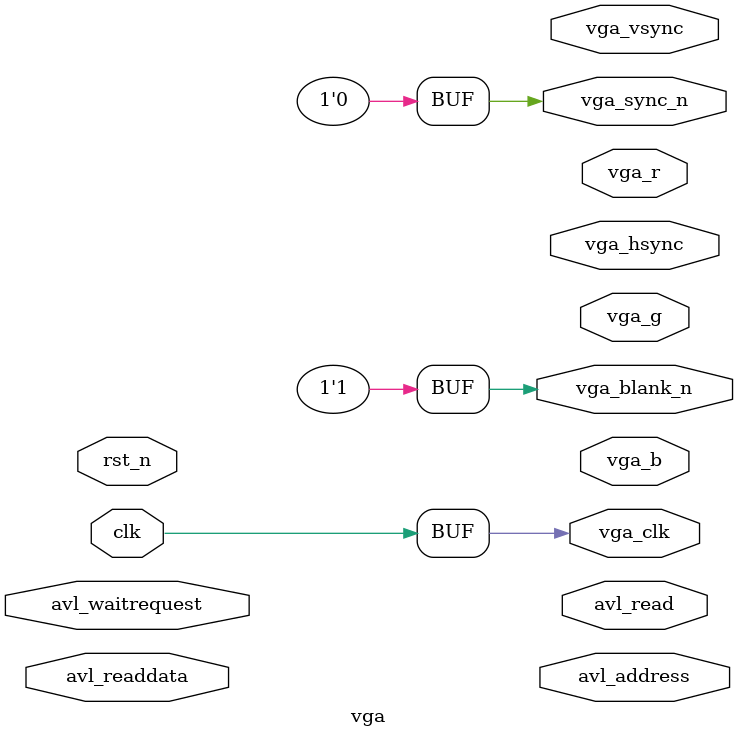
<source format=sv>
`define COORD_BITS 10

`define VGA_PIXCLK_HZ 25_175_000

module vga
(
	input  logic       clk,
	input  logic       rst_n,

	output logic[25:0] avl_address,
	output logic       avl_read,
	input  logic[31:0] avl_readdata,
	input  logic       avl_waitrequest,

	output logic       vga_clk,
	                   vga_hsync,
	                   vga_vsync,
	                   vga_blank_n,
	                   vga_sync_n,
	output logic[7:0]  vga_r,
	                   vga_g,
	                   vga_b
);

	localparam H_ACTIVE = `COORD_BITS'd640;
	localparam H_FPORCH = `COORD_BITS'd16;
	localparam H_SYNC   = `COORD_BITS'd96;
	localparam H_BPORCH = `COORD_BITS'd48;
	localparam V_ACTIVE = `COORD_BITS'd480;
	localparam V_FPORCH = `COORD_BITS'd11;
	localparam V_SYNC   = `COORD_BITS'd2;
	localparam V_BPORCH = `COORD_BITS'd31;

	localparam H_SYNC_AT = H_BPORCH + H_ACTIVE + H_FPORCH;
	localparam H_TOTAL   = H_SYNC_AT + H_SYNC;
	localparam V_SYNC_AT = V_BPORCH + V_ACTIVE + V_FPORCH;
	localparam V_TOTAL   = V_SYNC_AT + V_SYNC;

	logic[7:0] r, g, b;

	assign vga_clk = clk;
	assign vga_blank_n = 1;
	assign vga_sync_n = 0;

endmodule

</source>
